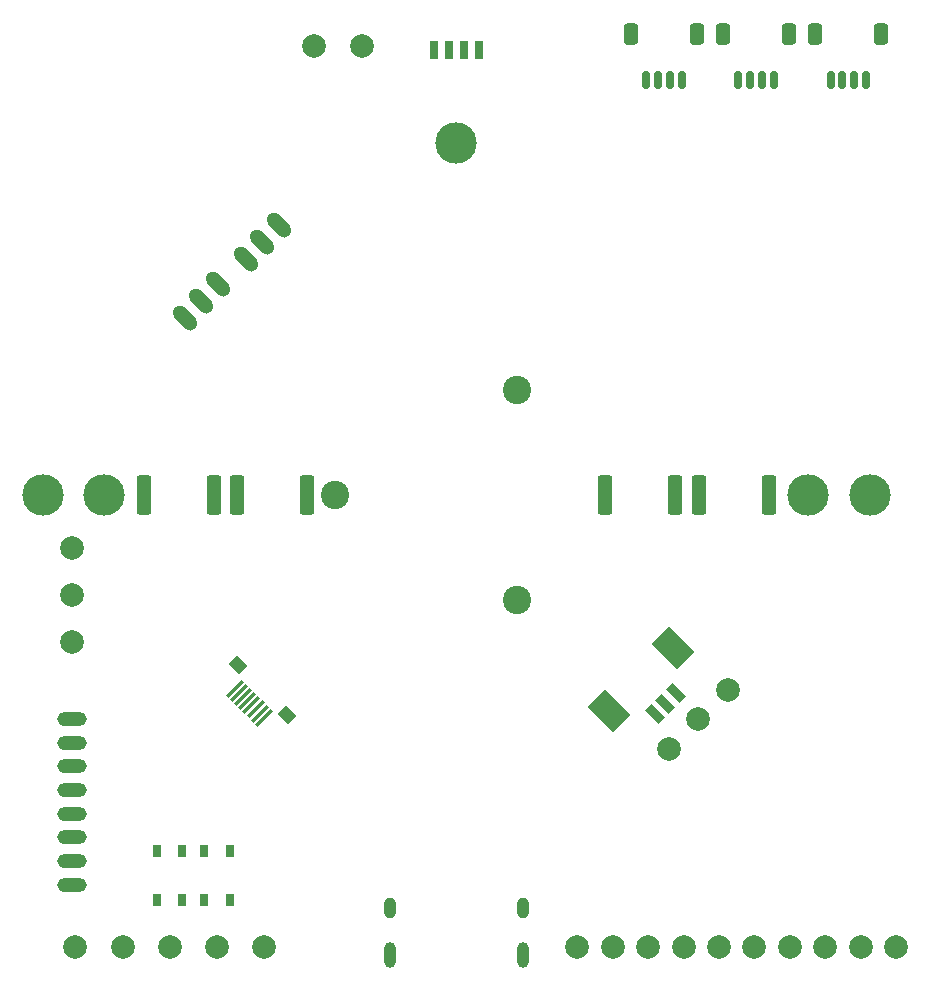
<source format=gbr>
%TF.GenerationSoftware,KiCad,Pcbnew,9.0.1*%
%TF.CreationDate,2025-04-25T15:08:37+02:00*%
%TF.ProjectId,view_base,76696577-5f62-4617-9365-2e6b69636164,0.1.0*%
%TF.SameCoordinates,Original*%
%TF.FileFunction,Soldermask,Bot*%
%TF.FilePolarity,Negative*%
%FSLAX46Y46*%
G04 Gerber Fmt 4.6, Leading zero omitted, Abs format (unit mm)*
G04 Created by KiCad (PCBNEW 9.0.1) date 2025-04-25 15:08:37*
%MOMM*%
%LPD*%
G01*
G04 APERTURE LIST*
G04 Aperture macros list*
%AMRoundRect*
0 Rectangle with rounded corners*
0 $1 Rounding radius*
0 $2 $3 $4 $5 $6 $7 $8 $9 X,Y pos of 4 corners*
0 Add a 4 corners polygon primitive as box body*
4,1,4,$2,$3,$4,$5,$6,$7,$8,$9,$2,$3,0*
0 Add four circle primitives for the rounded corners*
1,1,$1+$1,$2,$3*
1,1,$1+$1,$4,$5*
1,1,$1+$1,$6,$7*
1,1,$1+$1,$8,$9*
0 Add four rect primitives between the rounded corners*
20,1,$1+$1,$2,$3,$4,$5,0*
20,1,$1+$1,$4,$5,$6,$7,0*
20,1,$1+$1,$6,$7,$8,$9,0*
20,1,$1+$1,$8,$9,$2,$3,0*%
%AMHorizOval*
0 Thick line with rounded ends*
0 $1 width*
0 $2 $3 position (X,Y) of the first rounded end (center of the circle)*
0 $4 $5 position (X,Y) of the second rounded end (center of the circle)*
0 Add line between two ends*
20,1,$1,$2,$3,$4,$5,0*
0 Add two circle primitives to create the rounded ends*
1,1,$1,$2,$3*
1,1,$1,$4,$5*%
%AMRotRect*
0 Rectangle, with rotation*
0 The origin of the aperture is its center*
0 $1 length*
0 $2 width*
0 $3 Rotation angle, in degrees counterclockwise*
0 Add horizontal line*
21,1,$1,$2,0,0,$3*%
G04 Aperture macros list end*
%ADD10C,2.400000*%
%ADD11C,3.500000*%
%ADD12O,1.000000X1.800000*%
%ADD13O,1.000000X2.200000*%
%ADD14O,2.500000X1.250000*%
%ADD15HorizOval,1.250000X-0.441942X0.441942X0.441942X-0.441942X0*%
%ADD16R,0.700000X1.600000*%
%ADD17RotRect,2.100000X2.999999X45.000000*%
%ADD18RotRect,0.800000X1.600000X45.000000*%
%ADD19C,2.000000*%
%ADD20RoundRect,0.250000X0.362500X1.425000X-0.362500X1.425000X-0.362500X-1.425000X0.362500X-1.425000X0*%
%ADD21R,0.650000X1.050000*%
%ADD22RoundRect,0.150000X-0.150000X-0.625000X0.150000X-0.625000X0.150000X0.625000X-0.150000X0.625000X0*%
%ADD23RoundRect,0.250000X-0.350000X-0.650000X0.350000X-0.650000X0.350000X0.650000X-0.350000X0.650000X0*%
%ADD24RoundRect,0.250000X-0.362500X-1.425000X0.362500X-1.425000X0.362500X1.425000X-0.362500X1.425000X0*%
%ADD25RotRect,0.300000X1.800000X315.000000*%
%ADD26RotRect,1.200000X1.075000X315.000000*%
G04 APERTURE END LIST*
D10*
%TO.C,H4*%
X151125427Y-91122500D03*
%TD*%
%TO.C,H1*%
X151125427Y-108877499D03*
%TD*%
%TO.C,H2*%
X135749146Y-100000000D03*
%TD*%
D11*
%TO.C,H3*%
X116200000Y-100000000D03*
%TD*%
%TO.C,H5*%
X146000000Y-70200000D03*
%TD*%
%TO.C,H6*%
X175800000Y-100000000D03*
%TD*%
D12*
%TO.C,J1*%
X140380000Y-135000000D03*
D13*
X140380000Y-139000000D03*
D12*
X151620000Y-135000000D03*
D13*
X151620000Y-139000000D03*
%TD*%
D11*
%TO.C,H7*%
X181000000Y-100000000D03*
%TD*%
%TO.C,H8*%
X111000000Y-100000000D03*
%TD*%
D14*
%TO.C,J4*%
X113500000Y-119000000D03*
X113500000Y-121000000D03*
X113500000Y-123000000D03*
X113500000Y-125000000D03*
X113500000Y-127000000D03*
X113500000Y-129000000D03*
X113500000Y-131000000D03*
X113500000Y-133000000D03*
%TD*%
D15*
%TO.C,J2*%
X128171573Y-80000000D03*
X129585787Y-78585786D03*
X131000000Y-77171573D03*
%TD*%
D16*
%TO.C,U3*%
X147905000Y-62350000D03*
X146635000Y-62350000D03*
X145365000Y-62350000D03*
X144095000Y-62350000D03*
%TD*%
D15*
%TO.C,J3*%
X123000000Y-85000000D03*
X124414214Y-83585786D03*
X125828427Y-82171573D03*
%TD*%
D17*
%TO.C,J6*%
X158962269Y-118336513D03*
X164336280Y-112962502D03*
D18*
X162816000Y-118584000D03*
X163699883Y-117700117D03*
X164583767Y-116816233D03*
%TD*%
D19*
%TO.C,TP1*%
X177250000Y-138250000D03*
%TD*%
%TO.C,TP3*%
X183250000Y-138250000D03*
%TD*%
%TO.C,TP2*%
X180250000Y-138250000D03*
%TD*%
%TO.C,TP8*%
X138000000Y-62000000D03*
%TD*%
%TO.C,TP9*%
X134000000Y-62000000D03*
%TD*%
%TO.C,TP14*%
X169000000Y-116500000D03*
%TD*%
%TO.C,TP15*%
X166500000Y-119000000D03*
%TD*%
%TO.C,TP16*%
X164000000Y-121500000D03*
%TD*%
%TO.C,TP5*%
X113500000Y-104500000D03*
%TD*%
%TO.C,TP7*%
X113500000Y-112500000D03*
%TD*%
%TO.C,TP4*%
X129750000Y-138250000D03*
%TD*%
%TO.C,TP6*%
X113500000Y-108500000D03*
%TD*%
%TO.C,TP13*%
X113750000Y-138250000D03*
%TD*%
%TO.C,TP12*%
X117750000Y-138250000D03*
%TD*%
D20*
%TO.C,R3*%
X172462500Y-100000000D03*
X166537500Y-100000000D03*
%TD*%
D21*
%TO.C,SW1*%
X126825000Y-134325000D03*
X126825000Y-130175000D03*
X124675000Y-134325000D03*
X124675000Y-130175000D03*
%TD*%
D19*
%TO.C,TP17*%
X162250000Y-138250000D03*
%TD*%
D22*
%TO.C,J7*%
X162100000Y-64875000D03*
X163100000Y-64875000D03*
X164100000Y-64875000D03*
X165100000Y-64875000D03*
D23*
X160800000Y-61000000D03*
X166400000Y-61000000D03*
%TD*%
D24*
%TO.C,R7*%
X119537500Y-100000000D03*
X125462500Y-100000000D03*
%TD*%
D19*
%TO.C,TP10*%
X125750000Y-138250000D03*
%TD*%
%TO.C,TP19*%
X156250000Y-138250000D03*
%TD*%
%TO.C,TP22*%
X171250000Y-138250000D03*
%TD*%
%TO.C,TP23*%
X168250000Y-138250000D03*
%TD*%
D22*
%TO.C,J9*%
X169900000Y-64875000D03*
X170900000Y-64875000D03*
X171900000Y-64875000D03*
X172900000Y-64875000D03*
D23*
X168600000Y-61000000D03*
X174200000Y-61000000D03*
%TD*%
D22*
%TO.C,J8*%
X177700000Y-64875000D03*
X178700000Y-64875000D03*
X179700000Y-64875000D03*
X180700000Y-64875000D03*
D23*
X176400000Y-61000000D03*
X182000000Y-61000000D03*
%TD*%
D20*
%TO.C,R4*%
X164562500Y-100000000D03*
X158637500Y-100000000D03*
%TD*%
D21*
%TO.C,SW2*%
X120675000Y-130175000D03*
X120675000Y-134325000D03*
X122825000Y-130175000D03*
X122825000Y-134325000D03*
%TD*%
D19*
%TO.C,TP11*%
X121750000Y-138250000D03*
%TD*%
D25*
%TO.C,J5*%
X127248750Y-116408960D03*
X127602303Y-116762514D03*
X127955857Y-117116067D03*
X128309410Y-117469620D03*
X128662964Y-117823174D03*
X129016517Y-118176727D03*
X129370070Y-118530281D03*
X129723624Y-118883834D03*
D26*
X127496237Y-114429061D03*
X131703523Y-118636347D03*
%TD*%
D19*
%TO.C,TP18*%
X159250000Y-138250000D03*
%TD*%
D24*
%TO.C,R6*%
X127437500Y-100000000D03*
X133362500Y-100000000D03*
%TD*%
D19*
%TO.C,TP20*%
X165250000Y-138250000D03*
%TD*%
%TO.C,TP21*%
X174250000Y-138250000D03*
%TD*%
M02*

</source>
